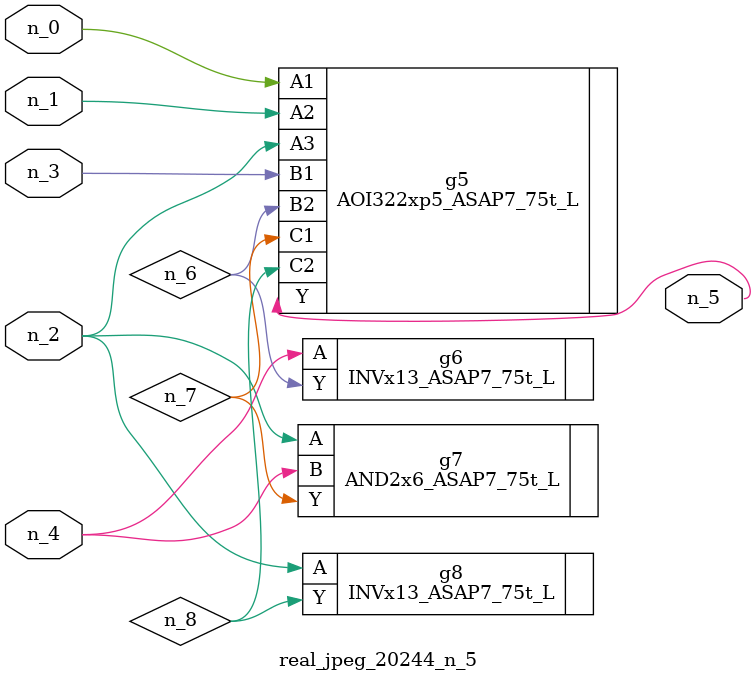
<source format=v>
module real_jpeg_20244_n_5 (n_4, n_0, n_1, n_2, n_3, n_5);

input n_4;
input n_0;
input n_1;
input n_2;
input n_3;

output n_5;

wire n_8;
wire n_6;
wire n_7;

AOI322xp5_ASAP7_75t_L g5 ( 
.A1(n_0),
.A2(n_1),
.A3(n_2),
.B1(n_3),
.B2(n_6),
.C1(n_7),
.C2(n_8),
.Y(n_5)
);

AND2x6_ASAP7_75t_L g7 ( 
.A(n_2),
.B(n_4),
.Y(n_7)
);

INVx13_ASAP7_75t_L g8 ( 
.A(n_2),
.Y(n_8)
);

INVx13_ASAP7_75t_L g6 ( 
.A(n_4),
.Y(n_6)
);


endmodule
</source>
